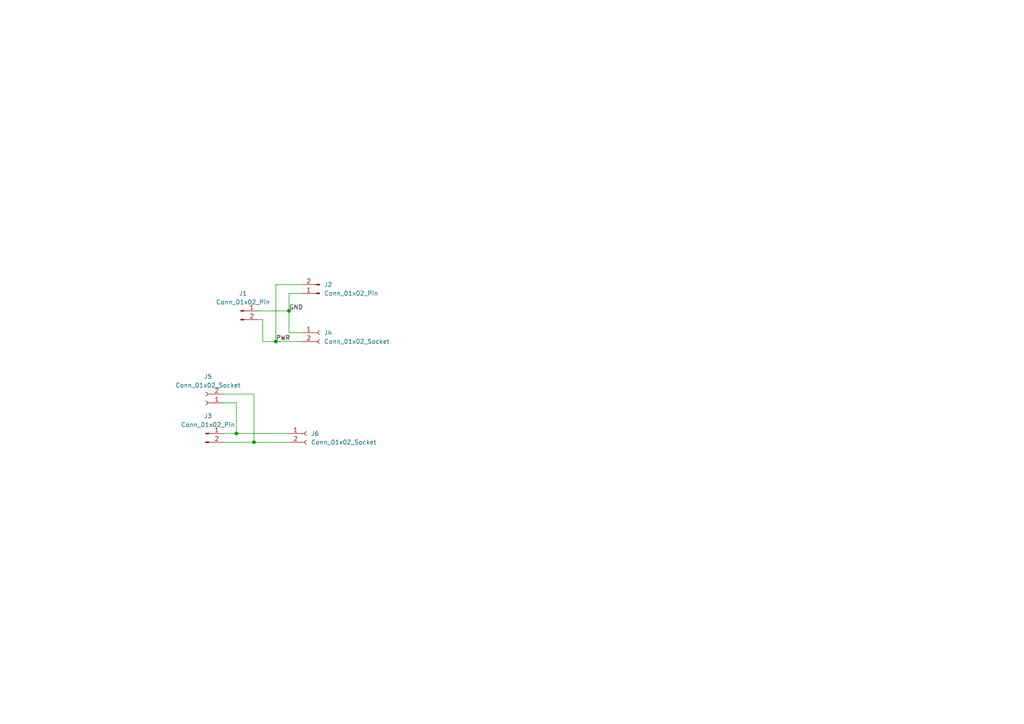
<source format=kicad_sch>
(kicad_sch (version 20231120) (generator "eeschema") (generator_version "8.0")
  (paper "A4")
  (lib_symbols
    (symbol "Connector:Conn_01x02_Pin" (pin_names (offset 1.016) hide)
      (property "Reference" "J" (at 0 2.54 0))
      (property "Value" "Conn_01x02_Pin" (at 0 -5.08 0))
      (symbol "Conn_01x02_Pin_1_1"
        (polyline (pts (xy 1.27 -2.54) (xy 0.8636 -2.54)) (stroke (width 0.1524)))
        (polyline (pts (xy 1.27 0) (xy 0.8636 0)) (stroke (width 0.1524)))
        (rectangle (start 0.8636 -2.413) (end 0 -2.667) (stroke (width 0.1524)) (fill (type outline)))
        (rectangle (start 0.8636 0.127) (end 0 -0.127) (stroke (width 0.1524)) (fill (type outline)))
        (pin passive line (at 5.08 0 180) (length 3.81) (name "Pin_1") (number "1"))
        (pin passive line (at 5.08 -2.54 180) (length 3.81) (name "Pin_2") (number "2"))
      )
    )
    (symbol "Connector:Conn_01x02_Socket" (pin_names (offset 1.016) hide)
      (property "Reference" "J" (at 0 2.54 0))
      (property "Value" "Conn_01x02_Socket" (at 0 -5.08 0))
      (symbol "Conn_01x02_Socket_1_1"
        (arc (start 0 -2.032) (mid -0.5058 -2.54) (end 0 -3.048) (stroke (width 0.1524)))
        (polyline (pts (xy -1.27 -2.54) (xy -0.508 -2.54)) (stroke (width 0.1524)))
        (polyline (pts (xy -1.27 0) (xy -0.508 0)) (stroke (width 0.1524)))
        (arc (start 0 0.508) (mid -0.5058 0) (end 0 -0.508) (stroke (width 0.1524)))
        (pin passive line (at -5.08 0 0) (length 3.81) (name "Pin_1") (number "1"))
        (pin passive line (at -5.08 -2.54 0) (length 3.81) (name "Pin_2") (number "2"))
      )
    )
  )
  (junction (at 68.58 125.73))
  (junction (at 73.66 128.27))
  (junction (at 83.82 90.17))
  (junction (at 80.01 99.06))
  (wire (pts (xy 76.2 99.06) (xy 80.01 99.06)))
  (wire (pts (xy 80.01 99.06) (xy 80.01 82.55)))
  (wire (pts (xy 68.58 125.73) (xy 68.58 116.84)))
  (wire (pts (xy 68.58 125.73) (xy 83.82 125.73)))
  (wire (pts (xy 83.82 85.09) (xy 87.63 85.09)))
  (wire (pts (xy 73.66 128.27) (xy 73.66 114.3)))
  (wire (pts (xy 64.77 125.73) (xy 68.58 125.73)))
  (wire (pts (xy 64.77 128.27) (xy 73.66 128.27)))
  (wire (pts (xy 76.2 92.71) (xy 74.93 92.71)))
  (wire (pts (xy 73.66 128.27) (xy 83.82 128.27)))
  (wire (pts (xy 80.01 99.06) (xy 87.63 99.06)))
  (wire (pts (xy 83.82 90.17) (xy 83.82 96.52)))
  (wire (pts (xy 76.2 92.71) (xy 76.2 99.06)))
  (wire (pts (xy 80.01 82.55) (xy 87.63 82.55)))
  (wire (pts (xy 68.58 116.84) (xy 64.77 116.84)))
  (wire (pts (xy 73.66 114.3) (xy 64.77 114.3)))
  (wire (pts (xy 83.82 90.17) (xy 74.93 90.17)))
  (wire (pts (xy 83.82 96.52) (xy 87.63 96.52)))
  (wire (pts (xy 83.82 90.17) (xy 83.82 85.09)))
  (label "PWR" (at 80.01 99.06 0))
  (label "GND" (at 83.82 90.17 0))
  (symbol (lib_id "Connector:Conn_01x02_Pin") (at 59.69 125.73 0) (unit 1)
    (property "Reference" "J3" (at 60.325 120.65 0))
    (property "Value" "Conn_01x02_Pin" (at 60.325 123.19 0))
    (property "Footprint" "Connector_PinHeader_2.54mm:PinHeader_1x02_P2.54mm_Vertical" (effects (hide yes)))
    (property "Description" "Generic connector, single row, 01x02, script generated" (effects (hide yes)))
  )
  (symbol (lib_id "Connector:Conn_01x02_Pin") (at 92.71 85.09 180) (unit 1)
    (property "Reference" "J2" (at 93.98 82.5499 0) (effects (justify right)))
    (property "Value" "Conn_01x02_Pin" (at 93.98 85.0899 0) (effects (justify right)))
    (property "Footprint" "Connector_AMASS:AMASS_XT30PW-M_1x02_P2.50mm_Horizontal" (effects (hide yes)))
    (property "Description" "Generic connector, single row, 01x02, script generated" (effects (hide yes)))
  )
  (symbol (lib_id "Connector:Conn_01x02_Socket") (at 92.71 96.52 0) (unit 1)
    (property "Reference" "J4" (at 93.98 96.5199 0) (effects (justify left)))
    (property "Value" "Conn_01x02_Socket" (at 93.98 99.0599 0) (effects (justify left)))
    (property "Footprint" "Connector_AMASS:AMASS_XT30PW-F_1x02_P2.50mm_Horizontal" (effects (hide yes)))
    (property "Description" "Generic connector, single row, 01x02, script generated" (effects (hide yes)))
  )
  (symbol (lib_id "Connector:Conn_01x02_Socket") (at 59.69 116.84 180) (unit 1)
    (property "Reference" "J5" (at 60.325 109.22 0))
    (property "Value" "Conn_01x02_Socket" (at 60.325 111.76 0))
    (property "Footprint" "Connector_PinHeader_2.54mm:PinHeader_1x02_P2.54mm_Vertical" (effects (hide yes)))
    (property "Description" "Generic connector, single row, 01x02, script generated" (effects (hide yes)))
  )
  (symbol (lib_id "Connector:Conn_01x02_Pin") (at 69.85 90.17 0) (unit 1)
    (property "Reference" "J1" (at 70.485 85.09 0))
    (property "Value" "Conn_01x02_Pin" (at 70.485 87.63 0))
    (property "Footprint" "Connector_AMASS:AMASS_XT30PW-M_1x02_P2.50mm_Horizontal" (effects (hide yes)))
    (property "Description" "Generic connector, single row, 01x02, script generated" (effects (hide yes)))
  )
  (symbol (lib_id "Connector:Conn_01x02_Socket") (at 88.9 125.73 0) (unit 1)
    (property "Reference" "J6" (at 90.17 125.7299 0) (effects (justify left)))
    (property "Value" "Conn_01x02_Socket" (at 90.17 128.2699 0) (effects (justify left)))
    (property "Footprint" "Connector_PinHeader_2.54mm:PinHeader_1x02_P2.54mm_Vertical" (effects (hide yes)))
    (property "Description" "Generic connector, single row, 01x02, script generated" (effects (hide yes)))
  )
)
</source>
